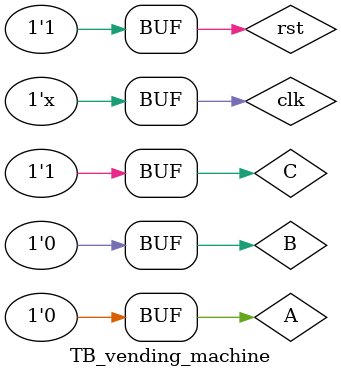
<source format=v>
`timescale 1ns / 1ps


module TB_vending_machine();

reg clk, rst;
reg A, B, C;
wire [2:0] state;
wire y;

parameter S0 = 3'b000;
parameter S50 = 3'b001;
parameter S100 = 3'b010;
parameter S150 = 3'b011;
parameter S200 = 3'b100;

vending_machine u0(clk, rst, A, B, C, state, y);

initial begin
    clk <= 0;
    {A, B, C} <= 3'b000;
    rst <= 1;
    #20 rst <= 0; // reset
    #20 rst <= 1; 
    #20 {A, B, C} <= 3'b100; // A
    #20 {A, B, C} <= 3'b010; // B
    #20 {A, B, C} <= 3'b100; // A
    #20 {A, B, C} <= 3'b010; // B
    #20 {A, B, C} <= 3'b001; // C
    #20 rst <= 0; // reset
    #20 rst <= 1;
    #20 {A, B, C} <= 3'b000;
    #20 {A, B, C} <= 3'b100; // A
    #20 {A, B, C} <= 3'b010; // B
    #20 {A, B, C} <= 3'b001; // C
end

always #5 clk <= ~clk;
endmodule

</source>
